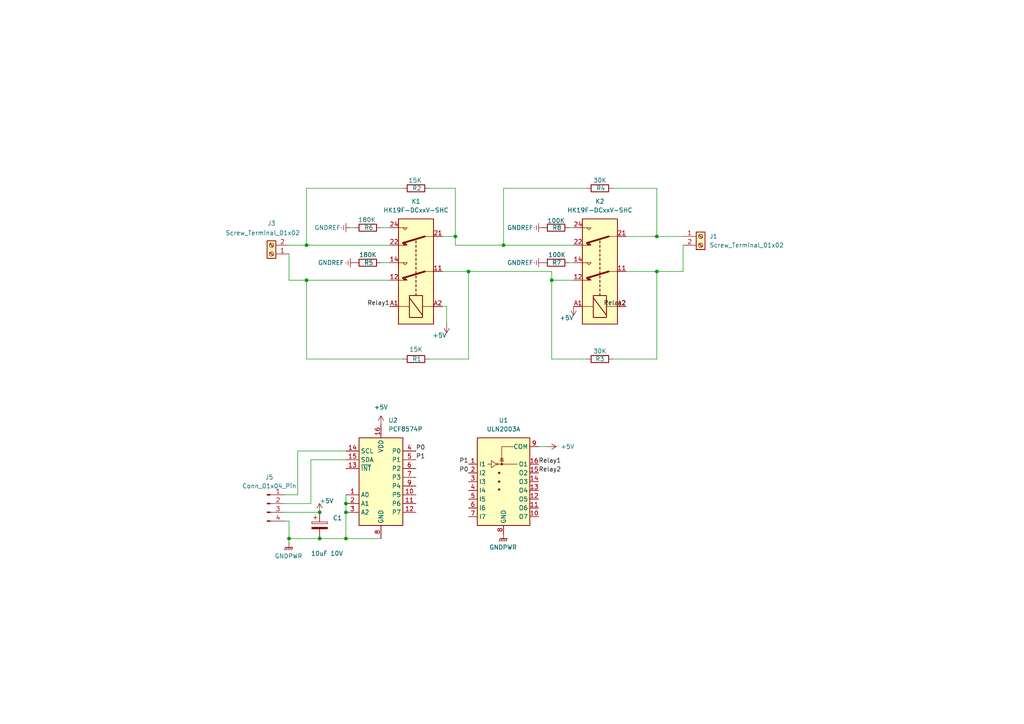
<source format=kicad_sch>
(kicad_sch (version 20250114) (generator "eeschema") (generator_version "9.0")
  (paper "A4")
  (title_block (title "Аттенюатор"))
  (lib_symbols
    (symbol "Connector:Conn_01x04_Pin" (pin_names (offset 1.016) (hide yes))
      (property "Reference" "J" (at 0 5.08 0))
      (property "Value" "Conn_01x04_Pin" (at 0 -7.62 0))
      (symbol "Conn_01x04_Pin_1_1"
        (rectangle (start 0.8636 2.667) (end 0 2.413) (stroke (width 0.1524)) (fill (type outline)))
        (rectangle (start 0.8636 0.127) (end 0 -0.127) (stroke (width 0.1524)) (fill (type outline)))
        (rectangle (start 0.8636 -2.413) (end 0 -2.667) (stroke (width 0.1524)) (fill (type outline)))
        (rectangle (start 0.8636 -4.953) (end 0 -5.207) (stroke (width 0.1524)) (fill (type outline)))
        (polyline (pts (xy 1.27 2.54) (xy 0.8636 2.54)) (stroke (width 0.1524)))
        (polyline (pts (xy 1.27 0) (xy 0.8636 0)) (stroke (width 0.1524)))
        (polyline (pts (xy 1.27 -2.54) (xy 0.8636 -2.54)) (stroke (width 0.1524)))
        (polyline (pts (xy 1.27 -5.08) (xy 0.8636 -5.08)) (stroke (width 0.1524)))
        (pin passive line (at 5.08 2.54 180) (length 3.81) (name "Pin_1") (number "1"))
        (pin passive line (at 5.08 0 180) (length 3.81) (name "Pin_2") (number "2"))
        (pin passive line (at 5.08 -2.54 180) (length 3.81) (name "Pin_3") (number "3"))
        (pin passive line (at 5.08 -5.08 180) (length 3.81) (name "Pin_4") (number "4"))
      )
    )
    (symbol "Connector:Screw_Terminal_01x02" (pin_names (offset 1.016) (hide yes))
      (property "Reference" "J" (at 0 2.54 0))
      (property "Value" "Screw_Terminal_01x02" (at 0 -5.08 0))
      (symbol "Screw_Terminal_01x02_1_1"
        (rectangle (start -1.27 1.27) (end 1.27 -3.81) (stroke (width 0.254)) (fill (type background)))
        (polyline (pts (xy -0.5334 0.3302) (xy 0.3302 -0.508)) (stroke (width 0.1524)))
        (polyline (pts (xy -0.5334 -2.2098) (xy 0.3302 -3.048)) (stroke (width 0.1524)))
        (polyline (pts (xy -0.3556 0.508) (xy 0.508 -0.3302)) (stroke (width 0.1524)))
        (polyline (pts (xy -0.3556 -2.032) (xy 0.508 -2.8702)) (stroke (width 0.1524)))
        (circle (center 0 0) (radius 0.635) (stroke (width 0.1524)))
        (circle (center 0 -2.54) (radius 0.635) (stroke (width 0.1524)))
        (pin passive line (at -5.08 0 0) (length 3.81) (name "Pin_1") (number "1"))
        (pin passive line (at -5.08 -2.54 0) (length 3.81) (name "Pin_2") (number "2"))
      )
    )
    (symbol "Device:C_Polarized" (pin_numbers (hide yes)) (pin_names (offset 0.254))
      (property "Reference" "C" (at 0.635 2.54 0))
      (property "Value" "C_Polarized" (at 0.635 -2.54 0))
      (symbol "C_Polarized_0_1"
        (rectangle (start -2.286 0.508) (end 2.286 1.016))
        (polyline (pts (xy -1.778 2.286) (xy -0.762 2.286)))
        (polyline (pts (xy -1.27 2.794) (xy -1.27 1.778)))
        (rectangle (start 2.286 -0.508) (end -2.286 -1.016) (fill (type outline)))
      )
      (symbol "C_Polarized_1_1"
        (pin passive line (at 0 3.81 270) (length 2.794) (name "~") (number "1"))
        (pin passive line (at 0 -3.81 90) (length 2.794) (name "~") (number "2"))
      )
    )
    (symbol "Device:R" (pin_numbers (hide yes)) (pin_names (offset 0))
      (property "Reference" "R" (at 2.032 0 90))
      (property "Value" "R" (at 0 0 90))
      (symbol "R_0_1"
        (rectangle (start -1.016 -2.54) (end 1.016 2.54) (stroke (width 0.254)))
      )
      (symbol "R_1_1"
        (pin passive line (at 0 3.81 270) (length 1.27) (name "~") (number "1"))
        (pin passive line (at 0 -3.81 90) (length 1.27) (name "~") (number "2"))
      )
    )
    (symbol "Interface_Expansion:PCF8574P"
      (property "Reference" "U" (at -6.35 12.954 0))
      (property "Value" "PCF8574P" (at 3.048 12.954 0))
      (symbol "PCF8574P_0_1"
        (rectangle (start -6.35 -13.97) (end 6.35 11.43) (stroke (width 0.254)) (fill (type background)))
      )
      (symbol "PCF8574P_1_1"
        (pin input line (at -10.16 7.62 0) (length 3.81) (name "SCL") (number "14"))
        (pin bidirectional line (at -10.16 5.08 0) (length 3.81) (name "SDA") (number "15"))
        (pin open_collector line (at -10.16 2.54 0) (length 3.81) (name "~{INT}") (number "13"))
        (pin input line (at -10.16 -5.08 0) (length 3.81) (name "A0") (number "1"))
        (pin input line (at -10.16 -7.62 0) (length 3.81) (name "A1") (number "2"))
        (pin input line (at -10.16 -10.16 0) (length 3.81) (name "A2") (number "3"))
        (pin power_in line (at 0 15.24 270) (length 3.81) (name "VDD") (number "16"))
        (pin power_in line (at 0 -17.78 90) (length 3.81) (name "GND") (number "8"))
        (pin bidirectional line (at 10.16 7.62 180) (length 3.81) (name "P0") (number "4"))
        (pin bidirectional line (at 10.16 5.08 180) (length 3.81) (name "P1") (number "5"))
        (pin bidirectional line (at 10.16 2.54 180) (length 3.81) (name "P2") (number "6"))
        (pin bidirectional line (at 10.16 0 180) (length 3.81) (name "P3") (number "7"))
        (pin bidirectional line (at 10.16 -2.54 180) (length 3.81) (name "P4") (number "9"))
        (pin bidirectional line (at 10.16 -5.08 180) (length 3.81) (name "P5") (number "10"))
        (pin bidirectional line (at 10.16 -7.62 180) (length 3.81) (name "P6") (number "11"))
        (pin bidirectional line (at 10.16 -10.16 180) (length 3.81) (name "P7") (number "12"))
      )
    )
    (symbol "Relay:HK19F-DCxxV-SHC"
      (property "Reference" "K" (at 16.51 3.81 0))
      (property "Value" "HK19F-DCxxV-SHC" (at 16.51 1.27 0))
      (symbol "HK19F-DCxxV-SHC_0_1"
        (rectangle (start -15.24 5.08) (end 15.24 -5.08) (stroke (width 0.254)) (fill (type background)))
        (rectangle (start -13.335 1.905) (end -6.985 -1.905) (stroke (width 0.254)))
        (polyline (pts (xy -12.7 -1.905) (xy -7.62 1.905)) (stroke (width 0.254)))
        (polyline (pts (xy -10.16 5.08) (xy -10.16 1.905)))
        (polyline (pts (xy -10.16 -5.08) (xy -10.16 -1.905)))
        (polyline (pts (xy -6.985 0) (xy -6.35 0)) (stroke (width 0.254)))
        (polyline (pts (xy -5.715 0) (xy -5.08 0)) (stroke (width 0.254)))
        (polyline (pts (xy -4.445 0) (xy -3.81 0)) (stroke (width 0.254)))
        (polyline (pts (xy -3.175 0) (xy -2.54 0)) (stroke (width 0.254)))
        (polyline (pts (xy -2.54 5.08) (xy -2.54 2.54) (xy -1.905 3.175) (xy -2.54 3.81)) (fill (type outline)))
        (polyline (pts (xy -1.905 0) (xy -1.27 0)) (stroke (width 0.254)))
        (polyline (pts (xy -0.635 0) (xy 0 0)) (stroke (width 0.254)))
        (polyline (pts (xy 0 -2.54) (xy -1.905 3.81)) (stroke (width 0.508)))
        (polyline (pts (xy 0 -2.54) (xy 0 -5.08)))
        (polyline (pts (xy 0.635 0) (xy 1.27 0)) (stroke (width 0.254)))
        (polyline (pts (xy 1.905 0) (xy 2.54 0)) (stroke (width 0.254)))
        (polyline (pts (xy 2.54 5.08) (xy 2.54 2.54) (xy 1.905 3.175) (xy 2.54 3.81)))
        (polyline (pts (xy 3.175 0) (xy 3.81 0)) (stroke (width 0.254)))
        (polyline (pts (xy 4.445 0) (xy 5.08 0)) (stroke (width 0.254)))
        (polyline (pts (xy 5.715 0) (xy 6.35 0)) (stroke (width 0.254)))
        (polyline (pts (xy 6.985 0) (xy 7.62 0)) (stroke (width 0.254)))
        (polyline (pts (xy 7.62 5.08) (xy 7.62 2.54) (xy 8.255 3.175) (xy 7.62 3.81)) (fill (type outline)))
        (polyline (pts (xy 8.255 0) (xy 8.89 0)) (stroke (width 0.254)))
        (polyline (pts (xy 10.16 -2.54) (xy 8.255 3.81)) (stroke (width 0.508)))
        (polyline (pts (xy 10.16 -2.54) (xy 10.16 -5.08)))
        (polyline (pts (xy 12.7 5.08) (xy 12.7 2.54) (xy 12.065 3.175) (xy 12.7 3.81)))
      )
      (symbol "HK19F-DCxxV-SHC_1_1"
        (pin passive line (at -10.16 7.62 270) (length 2.54) (name "~") (number "A1"))
        (pin passive line (at -10.16 -7.62 90) (length 2.54) (name "~") (number "A2"))
        (pin passive line (at -2.54 7.62 270) (length 2.54) (name "~") (number "12"))
        (pin passive line (at 0 -7.62 90) (length 2.54) (name "~") (number "11"))
        (pin passive line (at 2.54 7.62 270) (length 2.54) (name "~") (number "14"))
        (pin passive line (at 7.62 7.62 270) (length 2.54) (name "~") (number "22"))
        (pin passive line (at 10.16 -7.62 90) (length 2.54) (name "~") (number "21"))
        (pin passive line (at 12.7 7.62 270) (length 2.54) (name "~") (number "24"))
      )
    )
    (symbol "Transistor_Array:ULN2003A"
      (property "Reference" "U" (at 0 15.875 0))
      (property "Value" "ULN2003A" (at 0 13.97 0))
      (symbol "ULN2003A_0_1"
        (rectangle (start -7.62 -12.7) (end 7.62 12.7) (stroke (width 0.254)) (fill (type background)))
        (polyline (pts (xy -4.572 5.08) (xy -3.556 5.08)))
        (polyline (pts (xy -3.556 6.096) (xy -3.556 4.064) (xy -2.032 5.08) (xy -3.556 6.096)))
        (circle (center -1.778 5.08) (radius 0.254))
        (polyline (pts (xy -1.524 5.08) (xy 4.064 5.08)))
        (circle (center -1.27 2.54) (radius 0.254) (fill (type outline)))
        (circle (center -1.27 0) (radius 0.254) (fill (type outline)))
        (circle (center -1.27 -2.286) (radius 0.254) (fill (type outline)))
        (circle (center -0.508 5.08) (radius 0.254) (fill (type outline)))
        (polyline (pts (xy -0.508 5.08) (xy -0.508 10.16) (xy 2.921 10.16)))
        (polyline (pts (xy 0 6.731) (xy -1.016 6.731)))
        (polyline (pts (xy 0 5.969) (xy -1.016 5.969) (xy -0.508 6.731) (xy 0 5.969)))
      )
      (symbol "ULN2003A_1_1"
        (pin input line (at -10.16 5.08 0) (length 2.54) (name "I1") (number "1"))
        (pin input line (at -10.16 2.54 0) (length 2.54) (name "I2") (number "2"))
        (pin input line (at -10.16 0 0) (length 2.54) (name "I3") (number "3"))
        (pin input line (at -10.16 -2.54 0) (length 2.54) (name "I4") (number "4"))
        (pin input line (at -10.16 -5.08 0) (length 2.54) (name "I5") (number "5"))
        (pin input line (at -10.16 -7.62 0) (length 2.54) (name "I6") (number "6"))
        (pin input line (at -10.16 -10.16 0) (length 2.54) (name "I7") (number "7"))
        (pin power_in line (at 0 -15.24 90) (length 2.54) (name "GND") (number "8"))
        (pin passive line (at 10.16 10.16 180) (length 2.54) (name "COM") (number "9"))
        (pin open_collector line (at 10.16 5.08 180) (length 2.54) (name "O1") (number "16"))
        (pin open_collector line (at 10.16 2.54 180) (length 2.54) (name "O2") (number "15"))
        (pin open_collector line (at 10.16 0 180) (length 2.54) (name "O3") (number "14"))
        (pin open_collector line (at 10.16 -2.54 180) (length 2.54) (name "O4") (number "13"))
        (pin open_collector line (at 10.16 -5.08 180) (length 2.54) (name "O5") (number "12"))
        (pin open_collector line (at 10.16 -7.62 180) (length 2.54) (name "O6") (number "11"))
        (pin open_collector line (at 10.16 -10.16 180) (length 2.54) (name "O7") (number "10"))
      )
    )
    (symbol "power:+5V" (power) (pin_numbers (hide yes)) (pin_names (offset 0) (hide yes))
      (property "Value" "+5V" (at 0 3.556 0))
      (symbol "+5V_0_1"
        (polyline (pts (xy -0.762 1.27) (xy 0 2.54)))
        (polyline (pts (xy 0 2.54) (xy 0.762 1.27)))
        (polyline (pts (xy 0 0) (xy 0 2.54)))
      )
      (symbol "+5V_1_1"
        (pin power_in line (at 0 0 90) (length 0) (name "~") (number "1"))
      )
    )
    (symbol "power:GNDPWR" (power) (pin_numbers (hide yes)) (pin_names (offset 0) (hide yes))
      (property "Value" "GNDPWR" (at 0 -3.302 0))
      (symbol "GNDPWR_0_1"
        (polyline (pts (xy -1.016 -1.27) (xy -1.27 -2.032) (xy -1.27 -2.032)) (stroke (width 0.2032)))
        (polyline (pts (xy -0.508 -1.27) (xy -0.762 -2.032) (xy -0.762 -2.032)) (stroke (width 0.2032)))
        (polyline (pts (xy 0 -1.27) (xy 0 0)))
        (polyline (pts (xy 0 -1.27) (xy -0.254 -2.032) (xy -0.254 -2.032)) (stroke (width 0.2032)))
        (polyline (pts (xy 0.508 -1.27) (xy 0.254 -2.032) (xy 0.254 -2.032)) (stroke (width 0.2032)))
        (polyline (pts (xy 1.016 -1.27) (xy -1.016 -1.27) (xy -1.016 -1.27)) (stroke (width 0.2032)))
        (polyline (pts (xy 1.016 -1.27) (xy 0.762 -2.032) (xy 0.762 -2.032) (xy 0.762 -2.032)) (stroke (width 0.2032)))
      )
      (symbol "GNDPWR_1_1"
        (pin power_in line (at 0 0 270) (length 0) (name "~") (number "1"))
      )
    )
    (symbol "power:GNDREF" (power) (pin_numbers (hide yes)) (pin_names (offset 0) (hide yes))
      (property "Value" "GNDREF" (at 0 -3.81 0))
      (symbol "GNDREF_0_1"
        (polyline (pts (xy -0.635 -1.905) (xy 0.635 -1.905)))
        (polyline (pts (xy -0.127 -2.54) (xy 0.127 -2.54)))
        (polyline (pts (xy 0 -1.27) (xy 0 0)))
        (polyline (pts (xy 1.27 -1.27) (xy -1.27 -1.27)))
      )
      (symbol "GNDREF_1_1"
        (pin power_in line (at 0 0 270) (length 0) (name "~") (number "1"))
      )
    )
  )
  (junction (at 100.33 148.59))
  (junction (at 100.33 146.05))
  (junction (at 92.71 148.59))
  (junction (at 100.33 156.21))
  (junction (at 132.08 68.58))
  (junction (at 190.5 68.58))
  (junction (at 190.5 78.74))
  (junction (at 88.9 81.28))
  (junction (at 146.05 71.12))
  (junction (at 92.71 156.21))
  (junction (at 135.89 78.74))
  (junction (at 83.82 156.21))
  (junction (at 88.9 71.12))
  (junction (at 160.02 81.28))
  (wire (pts (xy 190.5 54.61) (xy 190.5 68.58)))
  (wire (pts (xy 100.33 143.51) (xy 100.33 146.05)))
  (wire (pts (xy 166.37 71.12) (xy 146.05 71.12)))
  (wire (pts (xy 190.5 104.14) (xy 177.8 104.14)))
  (wire (pts (xy 160.02 78.74) (xy 160.02 81.28)))
  (wire (pts (xy 83.82 156.21) (xy 83.82 151.13)))
  (wire (pts (xy 124.46 54.61) (xy 132.08 54.61)))
  (wire (pts (xy 88.9 104.14) (xy 116.84 104.14)))
  (wire (pts (xy 198.12 78.74) (xy 190.5 78.74)))
  (wire (pts (xy 86.36 130.81) (xy 86.36 143.51)))
  (wire (pts (xy 190.5 68.58) (xy 181.61 68.58)))
  (wire (pts (xy 100.33 156.21) (xy 110.49 156.21)))
  (wire (pts (xy 177.8 54.61) (xy 190.5 54.61)))
  (wire (pts (xy 83.82 81.28) (xy 88.9 81.28)))
  (wire (pts (xy 110.49 66.04) (xy 113.03 66.04)))
  (wire (pts (xy 83.82 151.13) (xy 82.55 151.13)))
  (wire (pts (xy 90.17 146.05) (xy 82.55 146.05)))
  (wire (pts (xy 83.82 73.66) (xy 83.82 81.28)))
  (wire (pts (xy 160.02 104.14) (xy 170.18 104.14)))
  (wire (pts (xy 86.36 143.51) (xy 82.55 143.51)))
  (wire (pts (xy 110.49 76.2) (xy 113.03 76.2)))
  (wire (pts (xy 198.12 71.12) (xy 198.12 78.74)))
  (wire (pts (xy 100.33 146.05) (xy 100.33 148.59)))
  (wire (pts (xy 132.08 71.12) (xy 132.08 68.58)))
  (wire (pts (xy 190.5 78.74) (xy 190.5 104.14)))
  (wire (pts (xy 158.75 129.54) (xy 156.21 129.54)))
  (wire (pts (xy 165.1 76.2) (xy 166.37 76.2)))
  (wire (pts (xy 135.89 78.74) (xy 135.89 104.14)))
  (wire (pts (xy 166.37 81.28) (xy 160.02 81.28)))
  (wire (pts (xy 129.54 88.9) (xy 128.27 88.9)))
  (wire (pts (xy 128.27 78.74) (xy 135.89 78.74)))
  (wire (pts (xy 135.89 104.14) (xy 124.46 104.14)))
  (wire (pts (xy 132.08 68.58) (xy 132.08 54.61)))
  (wire (pts (xy 129.54 93.98) (xy 129.54 88.9)))
  (wire (pts (xy 83.82 71.12) (xy 88.9 71.12)))
  (wire (pts (xy 113.03 81.28) (xy 88.9 81.28)))
  (wire (pts (xy 100.33 130.81) (xy 86.36 130.81)))
  (wire (pts (xy 88.9 71.12) (xy 88.9 54.61)))
  (wire (pts (xy 82.55 148.59) (xy 92.71 148.59)))
  (wire (pts (xy 113.03 71.12) (xy 88.9 71.12)))
  (wire (pts (xy 165.1 66.04) (xy 166.37 66.04)))
  (wire (pts (xy 146.05 71.12) (xy 132.08 71.12)))
  (wire (pts (xy 100.33 156.21) (xy 100.33 148.59)))
  (wire (pts (xy 160.02 81.28) (xy 160.02 104.14)))
  (wire (pts (xy 100.33 133.35) (xy 90.17 133.35)))
  (wire (pts (xy 101.6 66.04) (xy 102.87 66.04)))
  (wire (pts (xy 146.05 54.61) (xy 146.05 71.12)))
  (wire (pts (xy 198.12 68.58) (xy 190.5 68.58)))
  (wire (pts (xy 88.9 54.61) (xy 116.84 54.61)))
  (wire (pts (xy 88.9 81.28) (xy 88.9 104.14)))
  (wire (pts (xy 83.82 156.21) (xy 92.71 156.21)))
  (wire (pts (xy 83.82 157.48) (xy 83.82 156.21)))
  (wire (pts (xy 90.17 133.35) (xy 90.17 146.05)))
  (wire (pts (xy 92.71 156.21) (xy 100.33 156.21)))
  (wire (pts (xy 135.89 78.74) (xy 160.02 78.74)))
  (wire (pts (xy 146.05 54.61) (xy 170.18 54.61)))
  (wire (pts (xy 181.61 78.74) (xy 190.5 78.74)))
  (wire (pts (xy 128.27 68.58) (xy 132.08 68.58)))
  (label "P1" (at 135.89 134.62 180))
  (label "P0" (at 120.65 130.81 0))
  (label "P0" (at 135.89 137.16 180))
  (label "Relay1" (at 113.03 88.9 180))
  (label "Relay1" (at 156.21 134.62 0))
  (label "Relay2" (at 181.61 88.9 180))
  (label "P1" (at 120.65 133.35 0))
  (label "Relay2" (at 156.21 137.16 0))
  (symbol (lib_id "power:GNDREF") (at 157.48 76.2 270) (unit 1)
    (property "Reference" "#PWR03" (effects (hide yes)))
    (property "Value" "GNDREF" (at 150.876 76.2 90))
    (property "Description" "Power symbol creates a global label with name \"GNDREF\" , reference supply ground" (effects (hide yes)))
  )
  (symbol (lib_id "Device:R") (at 161.29 66.04 90) (unit 1)
    (property "Reference" "R8" (at 161.544 66.04 90))
    (property "Value" "100K" (at 161.29 64.008 90))
    (property "Footprint" "Resistor_THT:R_Axial_DIN0207_L6.3mm_D2.5mm_P10.16mm_Horizontal" (effects (hide yes)))
    (property "Description" "Resistor" (effects (hide yes)))
  )
  (symbol (lib_id "Transistor_Array:ULN2003A") (at 146.05 139.7 0) (unit 1)
    (property "Reference" "U1" (at 146.05 121.92 0))
    (property "Value" "ULN2003A" (at 146.05 124.46 0))
    (property "Footprint" "Package_DIP:DIP-16_W7.62mm" (effects (hide yes)))
    (property "Datasheet" "http://www.ti.com/lit/ds/symlink/uln2003a.pdf" (effects (hide yes)))
    (property "Description" "High Voltage, High Current Darlington Transistor Arrays, SOIC16/SOIC16W/DIP16/TSSOP16" (effects (hide yes)))
  )
  (symbol (lib_id "Device:R") (at 106.68 66.04 90) (unit 1)
    (property "Reference" "R6" (at 106.934 66.04 90))
    (property "Value" "180K" (at 106.426 63.754 90))
    (property "Footprint" "Resistor_THT:R_Axial_DIN0207_L6.3mm_D2.5mm_P10.16mm_Horizontal" (effects (hide yes)))
    (property "Description" "Resistor" (effects (hide yes)))
  )
  (symbol (lib_id "power:GNDREF") (at 102.87 76.2 270) (unit 1)
    (property "Reference" "#PWR07" (effects (hide yes)))
    (property "Value" "GNDREF" (at 96.012 76.2 90))
    (property "Description" "Power symbol creates a global label with name \"GNDREF\" , reference supply ground" (effects (hide yes)))
  )
  (symbol (lib_id "power:GNDPWR") (at 83.82 157.48 0) (unit 1)
    (property "Reference" "#PWR02" (effects (hide yes)))
    (property "Value" "GNDPWR" (at 83.693 161.29 0))
    (property "Description" "Power symbol creates a global label with name \"GNDPWR\" , global ground" (effects (hide yes)))
  )
  (symbol (lib_id "Device:R") (at 173.99 54.61 90) (unit 1)
    (property "Reference" "R4" (at 174.244 54.61 90))
    (property "Value" "30K" (at 173.99 52.324 90))
    (property "Footprint" "Resistor_THT:R_Axial_DIN0207_L6.3mm_D2.5mm_P10.16mm_Horizontal" (effects (hide yes)))
    (property "Description" "Resistor" (effects (hide yes)))
  )
  (symbol (lib_id "Device:R") (at 120.65 54.61 90) (unit 1)
    (property "Reference" "R2" (at 120.904 54.61 90))
    (property "Value" "15K" (at 120.396 52.324 90))
    (property "Footprint" "Resistor_THT:R_Axial_DIN0207_L6.3mm_D2.5mm_P10.16mm_Horizontal" (effects (hide yes)))
    (property "Description" "Resistor" (effects (hide yes)))
  )
  (symbol (lib_id "power:+5V") (at 129.54 93.98 180) (unit 1)
    (property "Reference" "#PWR06" (effects (hide yes)))
    (property "Value" "+5V" (at 129.54 97.282 0) (effects (justify left)))
    (property "Description" "Power symbol creates a global label with name \"+5V\"" (effects (hide yes)))
  )
  (symbol (lib_id "Relay:HK19F-DCxxV-SHC") (at 120.65 78.74 90) (unit 1)
    (property "Reference" "K1" (at 120.65 58.42 90))
    (property "Value" "HK19F-DCxxV-SHC" (at 120.65 60.96 90))
    (property "Footprint" "Relay_THT:Relay_DPDT_Finder_30.22" (effects (hide yes)))
    (property "Datasheet" "https://www.lcsc.com/datasheet/lcsc_datasheet_1810201512_Ningbo-Keke-New-Era-Appliance-HK19F-DC12V-SHG_C42803.pdf" (effects (hide yes)))
    (property "Description" "HuiKe 19F monostable relay, DPDT, 1A" (effects (hide yes)))
  )
  (symbol (lib_id "power:+5V") (at 158.75 129.54 270) (unit 1)
    (property "Reference" "#PWR012" (effects (hide yes)))
    (property "Value" "+5V" (at 162.56 129.5399 90) (effects (justify left)))
    (property "Description" "Power symbol creates a global label with name \"+5V\"" (effects (hide yes)))
  )
  (symbol (lib_id "Connector:Screw_Terminal_01x02") (at 78.74 73.66 180) (unit 1)
    (property "Reference" "J3" (at 78.74 64.77 0))
    (property "Value" "Screw_Terminal_01x02" (at 76.2 67.564 0))
    (property "Footprint" "TerminalBlock:TerminalBlock_MaiXu_MX126-5.0-02P_1x02_P5.00mm" (effects (hide yes)))
    (property "Description" "Generic screw terminal, single row, 01x02, script generated (kicad-library-utils/schlib/autogen/connector/)" (effects (hide yes)))
  )
  (symbol (lib_id "Device:C_Polarized") (at 92.71 152.4 0) (unit 1)
    (property "Reference" "C1" (at 96.52 150.2409 0) (effects (justify left)))
    (property "Value" "10uF 10V" (at 90.17 160.528 0) (effects (justify left)))
    (property "Footprint" "Capacitor_THT:C_Radial_D5.0mm_H11.0mm_P2.00mm" (effects (hide yes)))
    (property "Description" "Polarized capacitor" (effects (hide yes)))
  )
  (symbol (lib_id "Connector:Conn_01x04_Pin") (at 77.47 146.05 0) (unit 1)
    (property "Reference" "J5" (at 78.105 138.43 0))
    (property "Value" "Conn_01x04_Pin" (at 78.105 140.97 0))
    (property "Footprint" "Connector_JST:JST_XH_B4B-XH-A_1x04_P2.50mm_Vertical" (effects (hide yes)))
    (property "Description" "Generic connector, single row, 01x04, script generated" (effects (hide yes)))
  )
  (symbol (lib_id "Device:R") (at 106.68 76.2 90) (unit 1)
    (property "Reference" "R5" (at 106.934 76.2 90))
    (property "Value" "180K" (at 106.68 73.914 90))
    (property "Footprint" "Resistor_THT:R_Axial_DIN0207_L6.3mm_D2.5mm_P10.16mm_Horizontal" (effects (hide yes)))
    (property "Description" "Resistor" (effects (hide yes)))
  )
  (symbol (lib_id "Device:R") (at 120.65 104.14 90) (unit 1)
    (property "Reference" "R1" (at 120.904 104.14 90))
    (property "Value" "15K" (at 120.65 101.346 90))
    (property "Footprint" "Resistor_THT:R_Axial_DIN0207_L6.3mm_D2.5mm_P10.16mm_Horizontal" (effects (hide yes)))
    (property "Description" "Resistor" (effects (hide yes)))
  )
  (symbol (lib_id "power:+5V") (at 110.49 123.19 0) (unit 1)
    (property "Reference" "#PWR011" (effects (hide yes)))
    (property "Value" "+5V" (at 110.49 118.11 0))
    (property "Description" "Power symbol creates a global label with name \"+5V\"" (effects (hide yes)))
  )
  (symbol (lib_id "power:+5V") (at 92.71 148.59 0) (unit 1)
    (property "Reference" "#PWR010" (effects (hide yes)))
    (property "Value" "+5V" (at 92.71 145.288 0) (effects (justify left)))
    (property "Description" "Power symbol creates a global label with name \"+5V\"" (effects (hide yes)))
  )
  (symbol (lib_id "Interface_Expansion:PCF8574P") (at 110.49 138.43 0) (unit 1)
    (property "Reference" "U2" (at 112.6333 121.92 0) (effects (justify left)))
    (property "Value" "PCF8574P" (at 112.6333 124.46 0) (effects (justify left)))
    (property "Footprint" "Package_DIP:DIP-16_W7.62mm" (effects (hide yes)))
    (property "Datasheet" "http://www.nxp.com/docs/en/data-sheet/PCF8574_PCF8574A.pdf" (effects (hide yes)))
    (property "Description" "8 Bit Port/Expander to I2C Bus, fixed address bits 0b0100, DIP-16" (effects (hide yes)))
  )
  (symbol (lib_id "power:GNDREF") (at 157.48 66.04 270) (unit 1)
    (property "Reference" "#PWR04" (effects (hide yes)))
    (property "Value" "GNDREF" (at 150.876 66.04 90))
    (property "Description" "Power symbol creates a global label with name \"GNDREF\" , reference supply ground" (effects (hide yes)))
  )
  (symbol (lib_id "power:+5V") (at 166.37 88.9 180) (unit 1)
    (property "Reference" "#PWR08" (effects (hide yes)))
    (property "Value" "+5V" (at 166.37 92.202 0) (effects (justify left)))
    (property "Description" "Power symbol creates a global label with name \"+5V\"" (effects (hide yes)))
  )
  (symbol (lib_id "Device:R") (at 173.99 104.14 90) (unit 1)
    (property "Reference" "R3" (at 173.99 104.14 90))
    (property "Value" "30K" (at 173.99 101.854 90))
    (property "Footprint" "Resistor_THT:R_Axial_DIN0207_L6.3mm_D2.5mm_P10.16mm_Horizontal" (effects (hide yes)))
    (property "Description" "Resistor" (effects (hide yes)))
  )
  (symbol (lib_id "Connector:Screw_Terminal_01x02") (at 203.2 68.58 0) (unit 1)
    (property "Reference" "J1" (at 205.74 68.5799 0) (effects (justify left)))
    (property "Value" "Screw_Terminal_01x02" (at 205.74 71.1199 0) (effects (justify left)))
    (property "Footprint" "TerminalBlock:TerminalBlock_MaiXu_MX126-5.0-02P_1x02_P5.00mm" (effects (hide yes)))
    (property "Description" "Generic screw terminal, single row, 01x02, script generated (kicad-library-utils/schlib/autogen/connector/)" (effects (hide yes)))
  )
  (symbol (lib_id "power:GNDPWR") (at 146.05 154.94 0) (unit 1)
    (property "Reference" "#PWR05" (effects (hide yes)))
    (property "Value" "GNDPWR" (at 145.923 158.75 0))
    (property "Description" "Power symbol creates a global label with name \"GNDPWR\" , global ground" (effects (hide yes)))
  )
  (symbol (lib_id "Device:R") (at 161.29 76.2 90) (unit 1)
    (property "Reference" "R7" (at 162.814 76.2 90) (effects (justify left)))
    (property "Value" "100K" (at 164.084 73.914 90) (effects (justify left)))
    (property "Footprint" "Resistor_THT:R_Axial_DIN0207_L6.3mm_D2.5mm_P10.16mm_Horizontal" (effects (hide yes)))
    (property "Description" "Resistor" (effects (hide yes)))
  )
  (symbol (lib_id "power:GNDREF") (at 101.6 66.04 270) (unit 1)
    (property "Reference" "#PWR01" (effects (hide yes)))
    (property "Value" "GNDREF" (at 94.996 66.04 90))
    (property "Description" "Power symbol creates a global label with name \"GNDREF\" , reference supply ground" (effects (hide yes)))
  )
  (symbol (lib_id "Relay:HK19F-DCxxV-SHC") (at 173.99 78.74 90) (unit 1)
    (property "Reference" "K2" (at 173.99 58.42 90))
    (property "Value" "HK19F-DCxxV-SHC" (at 173.99 60.96 90))
    (property "Footprint" "Relay_THT:Relay_DPDT_Finder_30.22" (effects (hide yes)))
    (property "Datasheet" "https://www.lcsc.com/datasheet/lcsc_datasheet_1810201512_Ningbo-Keke-New-Era-Appliance-HK19F-DC12V-SHG_C42803.pdf" (effects (hide yes)))
    (property "Description" "HuiKe 19F monostable relay, DPDT, 1A" (effects (hide yes)))
  )
)
</source>
